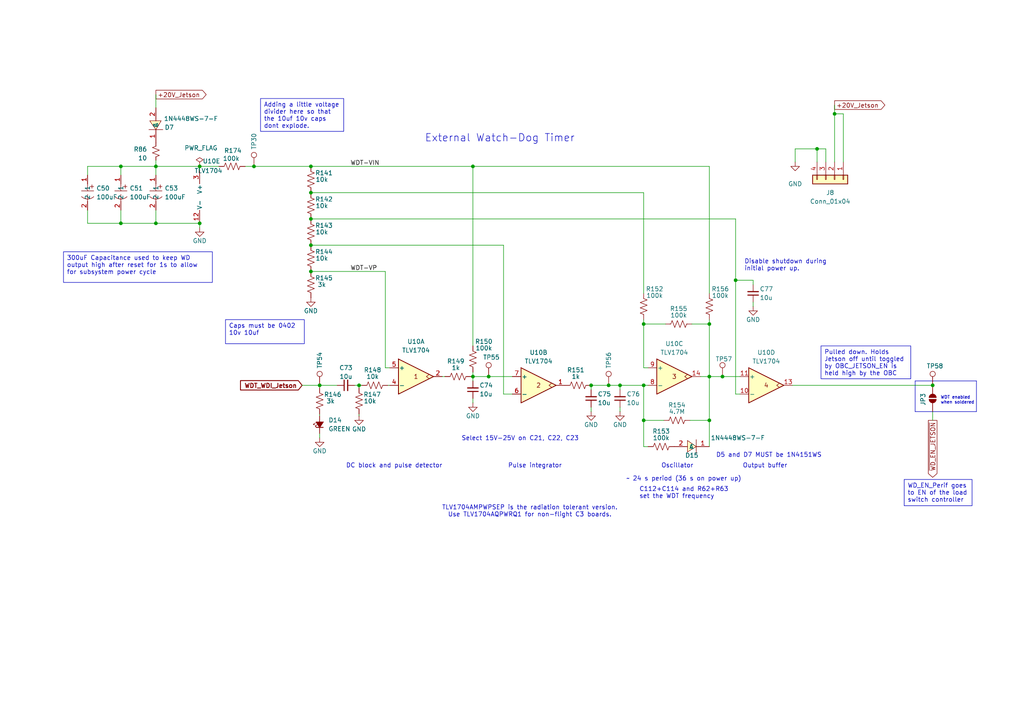
<source format=kicad_sch>
(kicad_sch (version 20250114) (generator "eeschema") (generator_version "9.0")
  (paper "A4")
  (lib_symbols
    (symbol "Connector_Generic:Conn_01x04" (pin_names (offset 1.016) (hide yes))
      (property "Reference" "J" (at 0 5.08 0))
      (property "Value" "Conn_01x04" (at 0 -7.62 0))
      (symbol "Conn_01x04_1_1"
        (rectangle (start -1.27 3.81) (end 1.27 -6.35) (stroke (width 0.254)) (fill (type background)))
        (rectangle (start -1.27 2.667) (end 0 2.413) (stroke (width 0.1524)))
        (rectangle (start -1.27 0.127) (end 0 -0.127) (stroke (width 0.1524)))
        (rectangle (start -1.27 -2.413) (end 0 -2.667) (stroke (width 0.1524)))
        (rectangle (start -1.27 -4.953) (end 0 -5.207) (stroke (width 0.1524)))
        (pin passive line (at -5.08 2.54 0) (length 3.81) (name "Pin_1") (number "1"))
        (pin passive line (at -5.08 0 0) (length 3.81) (name "Pin_2") (number "2"))
        (pin passive line (at -5.08 -2.54 0) (length 3.81) (name "Pin_3") (number "3"))
        (pin passive line (at -5.08 -5.08 0) (length 3.81) (name "Pin_4") (number "4"))
      )
    )
    (symbol "Device:C_Small" (pin_numbers (hide yes)) (pin_names (offset 0.254) (hide yes))
      (property "Reference" "C" (at 0.254 1.778 0))
      (property "Value" "C_Small" (at 0.254 -2.032 0))
      (symbol "C_Small_0_1"
        (polyline (pts (xy -1.524 0.508) (xy 1.524 0.508)) (stroke (width 0.3048)))
        (polyline (pts (xy -1.524 -0.508) (xy 1.524 -0.508)) (stroke (width 0.3302)))
      )
      (symbol "C_Small_1_1"
        (pin passive line (at 0 2.54 270) (length 2.032) (name "~") (number "1"))
        (pin passive line (at 0 -2.54 90) (length 2.032) (name "~") (number "2"))
      )
    )
    (symbol "Device:LED_Small_Filled" (pin_numbers (hide yes)) (pin_names (offset 0.254) (hide yes))
      (property "Reference" "D" (at -1.27 3.175 0))
      (property "Value" "LED_Small_Filled" (at -4.445 -2.54 0))
      (symbol "LED_Small_Filled_0_1"
        (polyline (pts (xy -0.762 -1.016) (xy -0.762 1.016)) (stroke (width 0.254)))
        (polyline (pts (xy 0 0.762) (xy -0.508 1.27) (xy -0.254 1.27) (xy -0.508 1.27) (xy -0.508 1.016)))
        (polyline (pts (xy 0.508 1.27) (xy 0 1.778) (xy 0.254 1.778) (xy 0 1.778) (xy 0 1.524)))
        (polyline (pts (xy 0.762 -1.016) (xy -0.762 0) (xy 0.762 1.016) (xy 0.762 -1.016)) (stroke (width 0.254)) (fill (type outline)))
        (polyline (pts (xy 1.016 0) (xy -0.762 0)))
      )
      (symbol "LED_Small_Filled_1_1"
        (pin passive line (at -2.54 0 0) (length 1.778) (name "K") (number "1"))
        (pin passive line (at 2.54 0 180) (length 1.778) (name "A") (number "2"))
      )
    )
    (symbol "Device:R_Small_US" (pin_numbers (hide yes)) (pin_names (offset 0.254) (hide yes))
      (property "Reference" "R" (at 0.762 0.508 0))
      (property "Value" "R_Small_US" (at 0.762 -1.016 0))
      (symbol "R_Small_US_1_1"
        (polyline (pts (xy 0 1.524) (xy 1.016 1.143) (xy 0 0.762) (xy -1.016 0.381) (xy 0 0)))
        (polyline (pts (xy 0 0) (xy 1.016 -0.381) (xy 0 -0.762) (xy -1.016 -1.143) (xy 0 -1.524)))
        (pin passive line (at 0 2.54 270) (length 1.016) (name "~") (number "1"))
        (pin passive line (at 0 -2.54 90) (length 1.016) (name "~") (number "2"))
      )
    )
    (symbol "Device:R_US" (pin_numbers (hide yes)) (pin_names (offset 0))
      (property "Reference" "R" (at 2.54 0 90))
      (property "Value" "R_US" (at -2.54 0 90))
      (symbol "R_US_0_1"
        (polyline (pts (xy 0 2.286) (xy 0 2.54)))
        (polyline (pts (xy 0 2.286) (xy 1.016 1.905) (xy 0 1.524) (xy -1.016 1.143) (xy 0 0.762)))
        (polyline (pts (xy 0 0.762) (xy 1.016 0.381) (xy 0 0) (xy -1.016 -0.381) (xy 0 -0.762)))
        (polyline (pts (xy 0 -0.762) (xy 1.016 -1.143) (xy 0 -1.524) (xy -1.016 -1.905) (xy 0 -2.286)))
        (polyline (pts (xy 0 -2.286) (xy 0 -2.54)))
      )
      (symbol "R_US_1_1"
        (pin passive line (at 0 3.81 270) (length 1.27) (name "~") (number "1"))
        (pin passive line (at 0 -3.81 90) (length 1.27) (name "~") (number "2"))
      )
    )
    (symbol "EPS:1N4448WS-7-F"
      (property "Reference" "D" (at 0 5.08 0))
      (property "Value" "1N4448WS-7-F" (at 0 -5.08 0))
      (symbol "1N4448WS-7-F_0_1"
        (polyline (pts (xy -1.27 -2.03) (xy -1.27 2.03)))
        (polyline (pts (xy 1.27 1.52) (xy -1.27 0) (xy 1.27 -1.78) (xy 1.27 1.52)) (fill (type background)))
        (pin unspecified line (at -5.08 0 0) (length 3.81) (name "C") (number "1"))
        (pin unspecified line (at 5.08 0 180) (length 3.81) (name "A") (number "2"))
      )
    )
    (symbol "EPS:TCN4107M035R0100E"
      (property "Reference" "C" (at 0 5.08 0))
      (property "Value" "TCN4107M035R0100E" (at 0 -5.08 0))
      (symbol "TCN4107M035R0100E_0_1"
        (polyline (pts (xy -2.54 0) (xy -0.51 0)))
        (polyline (pts (xy -2.29 1.27) (xy -1.27 1.27)))
        (polyline (pts (xy -1.78 1.78) (xy -1.78 0.76)))
        (arc (start 1.15 1.79) (mid 1.8578 0.0159) (end 1.13 -1.75))
        (polyline (pts (xy -0.51 1.78) (xy -0.51 -1.78)))
        (polyline (pts (xy 0.51 0) (xy 2.54 0)))
        (pin input line (at -5.08 0 0) (length 2.54) (name "1") (number "1"))
        (pin input line (at 5.08 0 180) (length 2.54) (name "2") (number "2"))
      )
    )
    (symbol "EPS:TLV1704AIPWR" (pin_names (offset 0.127))
      (property "Reference" "U13" (at 0 10.16 0))
      (property "Value" "TLV1704" (at 0 7.62 0))
      (symbol "TLV1704AIPWR_1_1"
        (polyline (pts (xy -5.08 5.08) (xy 5.08 0) (xy -5.08 -5.08) (xy -5.08 5.08)) (stroke (width 0.254)) (fill (type background)))
        (polyline (pts (xy 3.048 0) (xy 3.81 -0.635)))
        (polyline (pts (xy 3.81 0.635) (xy 3.048 0)))
        (text "1" (at 0 0 0) (effects (font (size 1.27 1.27))))
        (pin input line (at -7.62 2.54 0) (length 2.54) (name "+") (number "5"))
        (pin input line (at -7.62 -2.54 0) (length 2.54) (name "-") (number "4"))
        (pin open_collector line (at 7.62 0 180) (length 2.54) (name "~") (number "2"))
      )
      (symbol "TLV1704AIPWR_2_1"
        (polyline (pts (xy -5.08 5.08) (xy 5.08 0) (xy -5.08 -5.08) (xy -5.08 5.08)) (stroke (width 0.254)) (fill (type background)))
        (polyline (pts (xy 3.048 0) (xy 3.81 -0.635)))
        (polyline (pts (xy 3.81 0.635) (xy 3.048 0)))
        (text "2" (at 0 0 0) (effects (font (size 1.27 1.27))))
        (pin input line (at -7.62 2.54 0) (length 2.54) (name "+") (number "7"))
        (pin input line (at -7.62 -2.54 0) (length 2.54) (name "-") (number "6"))
        (pin open_collector line (at 7.62 0 180) (length 2.54) (name "~") (number "1"))
      )
      (symbol "TLV1704AIPWR_3_1"
        (polyline (pts (xy -5.08 5.08) (xy 5.08 0) (xy -5.08 -5.08) (xy -5.08 5.08)) (stroke (width 0.254)) (fill (type background)))
        (polyline (pts (xy 3.048 0) (xy 3.81 -0.635)))
        (polyline (pts (xy 3.81 0.635) (xy 3.048 0)))
        (text "3" (at 0 0 0) (effects (font (size 1.27 1.27))))
        (pin input line (at -7.62 2.54 0) (length 2.54) (name "+") (number "9"))
        (pin input line (at -7.62 -2.54 0) (length 2.54) (name "-") (number "8"))
        (pin open_collector line (at 7.62 0 180) (length 2.54) (name "~") (number "14"))
      )
      (symbol "TLV1704AIPWR_4_1"
        (polyline (pts (xy -5.08 5.08) (xy 5.08 0) (xy -5.08 -5.08) (xy -5.08 5.08)) (stroke (width 0.254)) (fill (type background)))
        (polyline (pts (xy 3.048 0) (xy 3.81 -0.635)))
        (polyline (pts (xy 3.81 0.635) (xy 3.048 0)))
        (text "4" (at 0 0 0) (effects (font (size 1.27 1.27))))
        (pin input line (at -7.62 2.54 0) (length 2.54) (name "+") (number "11"))
        (pin input line (at -7.62 -2.54 0) (length 2.54) (name "-") (number "10"))
        (pin open_collector line (at 7.62 0 180) (length 2.54) (name "~") (number "13"))
      )
      (symbol "TLV1704AIPWR_5_1"
        (pin power_in line (at -2.54 7.62 270) (length 3.81) (name "V+") (number "3"))
        (pin power_in line (at -2.54 -7.62 90) (length 3.81) (name "V-") (number "12"))
      )
    )
    (symbol "EPS:TestPoint" (pin_numbers (hide yes)) (pin_names (offset 0.762) (hide yes))
      (property "Reference" "TP" (at 0 6.858 0))
      (property "Value" "TestPoint" (at 0 5.08 0))
      (symbol "TestPoint_0_1"
        (circle (center 0 3.302) (radius 0.762))
      )
      (symbol "TestPoint_1_1"
        (pin passive line (at 0 0 90) (length 2.54) (name "1") (number "1"))
      )
    )
    (symbol "Jumper:SolderJumper_2_Open" (pin_numbers (hide yes)) (pin_names (offset 0) (hide yes)) (exclude_from_sim yes) (in_bom no)
      (property "Reference" "JP" (at 0 2.032 0))
      (property "Value" "SolderJumper_2_Open" (at 0 -2.54 0))
      (symbol "SolderJumper_2_Open_0_1"
        (polyline (pts (xy -0.254 1.016) (xy -0.254 -1.016)))
        (arc (start -0.254 -1.016) (mid -1.2656 0) (end -0.254 1.016))
        (arc (start -0.254 -1.016) (mid -1.2656 0) (end -0.254 1.016) (fill (type outline)))
        (arc (start 0.254 1.016) (mid 1.2656 0) (end 0.254 -1.016))
        (arc (start 0.254 1.016) (mid 1.2656 0) (end 0.254 -1.016) (fill (type outline)))
        (polyline (pts (xy 0.254 1.016) (xy 0.254 -1.016)))
      )
      (symbol "SolderJumper_2_Open_1_1"
        (pin passive line (at -3.81 0 0) (length 2.54) (name "A") (number "1"))
        (pin passive line (at 3.81 0 180) (length 2.54) (name "B") (number "2"))
      )
    )
    (symbol "power:GND" (power) (pin_numbers (hide yes)) (pin_names (offset 0) (hide yes))
      (property "Value" "GND" (at 0 -3.81 0))
      (symbol "GND_0_1"
        (polyline (pts (xy 0 0) (xy 0 -1.27) (xy 1.27 -1.27) (xy 0 -2.54) (xy -1.27 -1.27) (xy 0 -1.27)))
      )
      (symbol "GND_1_1"
        (pin power_in line (at 0 0 270) (length 0) (name "~") (number "1"))
      )
    )
    (symbol "power:PWR_FLAG" (power) (pin_numbers (hide yes)) (pin_names (offset 0) (hide yes))
      (property "Value" "PWR_FLAG" (at 0 3.81 0))
      (symbol "PWR_FLAG_0_0"
        (pin power_out line (at 0 0 90) (length 0) (name "~") (number "1"))
      )
      (symbol "PWR_FLAG_0_1"
        (polyline (pts (xy 0 0) (xy 0 1.27) (xy -1.016 1.905) (xy 0 2.54) (xy 1.016 1.905) (xy 0 1.27)))
      )
    )
  )
  (text "Select 15V-25V on C21, C22, C23" (at 150.876 127.254 0) (effects (font (size 1.27 1.27))))
  (text "Output buffer" (at 215.392 135.89 0) (effects (font (size 1.27 1.27)) (justify left bottom)))
  (text "~ 24 s period (36 s on power up)" (at 181.61 139.7 0) (effects (font (size 1.27 1.27)) (justify left bottom)))
  (text "Disable shutdown during\ninitial power up." (at 215.9 78.74 0) (effects (font (size 1.27 1.27)) (justify left bottom)))
  (text "Oscillator" (at 191.77 135.89 0) (effects (font (size 1.27 1.27)) (justify left bottom)))
  (text "Pulse integrator" (at 147.32 135.89 0) (effects (font (size 1.27 1.27)) (justify left bottom)))
  (text "DC block and pulse detector" (at 100.33 135.89 0) (effects (font (size 1.27 1.27)) (justify left bottom)))
  (text "D5 and D7 MUST be 1N4151WS" (at 223.012 132.08 0) (effects (font (size 1.27 1.27))))
  (text "WDT enabled\nwhen soldered" (at 272.796 117.348 0) (effects (font (size 0.889 0.889)) (justify left bottom)))
  (text "External Watch-Dog Timer" (at 123.19 41.402 0) (effects (font (size 2.159 2.159)) (justify left bottom)))
  (text "TLV1704AMPWPSEP is the radiation tolerant version.\nUse TLV1704AQPWRQ1 for non-flight C3 boards." (at 153.67 148.336 0) (effects (font (size 1.27 1.27))))
  (text "C112+C114 and R62+R63 \nset the WDT frequency" (at 185.42 144.78 0) (effects (font (size 1.27 1.27)) (justify left bottom)))
  (text_box "Adding a little voltage divider here so that the 10uf 10v caps dont explode." (at 75.565 28.575 0) (size 24.13 9.525) (margins 0.9525 0.9525 0.9525 0.9525) (effects (font (size 1.27 1.27)) (justify left top)))
  (text_box "300uF Capacitance used to keep WD output high after reset for 1s to allow for subsystem power cycle" (at 18.415 73.025 0) (size 43.18 8.89) (margins 0.9525 0.9525 0.9525 0.9525) (effects (font (size 1.27 1.27)) (justify left top)))
  (text_box "Caps must be 0402 10v 10uf" (at 65.405 92.71 0) (size 22.86 6.985) (margins 0.9525 0.9525 0.9525 0.9525) (effects (font (size 1.27 1.27)) (justify left top)))
  (text_box "Pulled down. Holds Jetson off until toggled by OBC_JETSON_EN is held high by the OBC" (at 238.125 100.33 0) (size 26.035 9.525) (margins 0.9525 0.9525 0.9525 0.9525) (effects (font (size 1.27 1.27)) (justify left top)))
  (text_box "WD_EN_Perif goes to EN of the load switch controller" (at 262.255 139.065 0) (size 19.685 7.62) (margins 0.9525 0.9525 0.9525 0.9525) (effects (font (size 1.27 1.27)) (justify left top)))
  (junction (at 171.45 111.76))
  (junction (at 104.14 111.76))
  (junction (at 186.69 93.98))
  (junction (at 137.16 109.22))
  (junction (at 73.66 48.26))
  (junction (at 205.74 93.98))
  (junction (at 176.53 111.76))
  (junction (at 205.74 109.22))
  (junction (at 45.212 64.77))
  (junction (at 35.052 64.77))
  (junction (at 213.36 81.28))
  (junction (at 186.69 121.92))
  (junction (at 45.212 48.26))
  (junction (at 270.51 111.76))
  (junction (at 179.832 111.76))
  (junction (at 57.912 64.77))
  (junction (at 242.062 33.02))
  (junction (at 236.982 43.18))
  (junction (at 90.17 48.26))
  (junction (at 90.17 78.74))
  (junction (at 35.052 48.26))
  (junction (at 205.74 121.92))
  (junction (at 90.17 55.88))
  (junction (at 57.912 48.26))
  (junction (at 90.17 71.12))
  (junction (at 92.71 111.76))
  (junction (at 209.55 109.22))
  (junction (at 137.16 48.26))
  (junction (at 90.17 63.5))
  (junction (at 186.69 111.76))
  (junction (at 141.732 109.22))
  (wire (pts (xy 200.66 93.98) (xy 205.74 93.98)))
  (wire (pts (xy 229.87 111.76) (xy 270.51 111.76)))
  (wire (pts (xy 171.45 111.76) (xy 171.45 113.03)))
  (wire (pts (xy 186.69 85.09) (xy 186.69 55.88)))
  (wire (pts (xy 57.912 48.26) (xy 63.5 48.26)))
  (wire (pts (xy 205.74 109.22) (xy 209.55 109.22)))
  (wire (pts (xy 236.982 43.18) (xy 230.632 43.18)))
  (wire (pts (xy 137.16 109.22) (xy 141.732 109.22)))
  (wire (pts (xy 92.71 120.142) (xy 92.71 120.65)))
  (wire (pts (xy 90.17 55.88) (xy 186.69 55.88)))
  (wire (pts (xy 25.4 48.26) (xy 25.4 50.8)))
  (wire (pts (xy 186.69 92.71) (xy 186.69 93.98)))
  (polyline (pts (xy 283.21 119.38) (xy 265.43 119.38)))
  (wire (pts (xy 242.062 33.02) (xy 244.602 33.02)))
  (polyline (pts (xy 265.43 110.49) (xy 283.21 110.49)))
  (wire (pts (xy 35.052 60.96) (xy 35.052 64.77)))
  (wire (pts (xy 25.4 60.96) (xy 25.4 64.77)))
  (wire (pts (xy 205.74 85.09) (xy 205.74 48.26)))
  (wire (pts (xy 176.53 111.76) (xy 179.832 111.76)))
  (wire (pts (xy 45.212 46.482) (xy 45.212 48.26)))
  (wire (pts (xy 45.212 48.26) (xy 57.912 48.26)))
  (wire (pts (xy 137.16 116.84) (xy 137.16 115.57)))
  (wire (pts (xy 213.36 63.5) (xy 213.36 81.28)))
  (wire (pts (xy 137.16 109.22) (xy 137.16 110.49)))
  (wire (pts (xy 242.062 46.99) (xy 242.062 33.02)))
  (wire (pts (xy 239.522 43.18) (xy 239.522 46.99)))
  (wire (pts (xy 270.51 119.38) (xy 270.51 121.92)))
  (wire (pts (xy 200.152 121.92) (xy 205.74 121.92)))
  (wire (pts (xy 111.76 78.74) (xy 111.76 106.68)))
  (wire (pts (xy 146.05 114.3) (xy 148.59 114.3)))
  (wire (pts (xy 92.71 111.76) (xy 97.79 111.76)))
  (wire (pts (xy 87.63 111.76) (xy 92.71 111.76)))
  (wire (pts (xy 137.16 48.26) (xy 90.17 48.26)))
  (wire (pts (xy 137.16 48.26) (xy 205.74 48.26)))
  (wire (pts (xy 205.74 121.92) (xy 205.74 109.22)))
  (wire (pts (xy 236.982 46.99) (xy 236.982 43.18)))
  (wire (pts (xy 45.212 60.96) (xy 45.212 64.77)))
  (wire (pts (xy 218.44 88.9) (xy 218.44 87.63)))
  (wire (pts (xy 146.05 71.12) (xy 146.05 114.3)))
  (wire (pts (xy 71.12 48.26) (xy 73.66 48.26)))
  (wire (pts (xy 45.212 27.432) (xy 45.212 31.242)))
  (wire (pts (xy 213.36 81.28) (xy 213.36 114.3)))
  (wire (pts (xy 187.96 106.68) (xy 186.69 106.68)))
  (wire (pts (xy 92.71 127) (xy 92.71 125.73)))
  (wire (pts (xy 45.212 64.77) (xy 57.912 64.77)))
  (wire (pts (xy 186.69 111.76) (xy 187.96 111.76)))
  (wire (pts (xy 136.652 109.22) (xy 137.16 109.22)))
  (wire (pts (xy 137.16 109.22) (xy 137.16 107.95)))
  (wire (pts (xy 104.14 112.522) (xy 104.14 111.76)))
  (wire (pts (xy 104.14 120.142) (xy 104.14 120.65)))
  (wire (pts (xy 141.732 109.22) (xy 148.59 109.22)))
  (wire (pts (xy 179.832 111.76) (xy 186.69 111.76)))
  (wire (pts (xy 90.17 71.12) (xy 146.05 71.12)))
  (wire (pts (xy 111.76 106.68) (xy 113.03 106.68)))
  (wire (pts (xy 205.74 92.71) (xy 205.74 93.98)))
  (wire (pts (xy 25.4 64.77) (xy 35.052 64.77)))
  (wire (pts (xy 92.71 112.522) (xy 92.71 111.76)))
  (wire (pts (xy 213.36 81.28) (xy 218.44 81.28)))
  (wire (pts (xy 45.212 48.26) (xy 45.212 50.8)))
  (wire (pts (xy 90.17 78.74) (xy 111.76 78.74)))
  (wire (pts (xy 25.4 48.26) (xy 35.052 48.26)))
  (wire (pts (xy 179.832 119.38) (xy 179.832 118.11)))
  (wire (pts (xy 179.832 113.03) (xy 179.832 111.76)))
  (wire (pts (xy 205.74 129.54) (xy 205.74 121.92)))
  (wire (pts (xy 203.2 109.22) (xy 205.74 109.22)))
  (wire (pts (xy 102.87 111.76) (xy 104.14 111.76)))
  (wire (pts (xy 209.55 109.22) (xy 214.63 109.22)))
  (wire (pts (xy 230.632 43.18) (xy 230.632 46.99)))
  (wire (pts (xy 90.17 63.5) (xy 213.36 63.5)))
  (wire (pts (xy 171.45 119.38) (xy 171.45 118.11)))
  (wire (pts (xy 73.66 48.26) (xy 90.17 48.26)))
  (wire (pts (xy 236.982 43.18) (xy 239.522 43.18)))
  (wire (pts (xy 213.36 114.3) (xy 214.63 114.3)))
  (wire (pts (xy 171.45 111.76) (xy 176.53 111.76)))
  (polyline (pts (xy 265.43 119.38) (xy 265.43 110.49)))
  (wire (pts (xy 57.912 66.04) (xy 57.912 64.77)))
  (wire (pts (xy 57.912 49.53) (xy 57.912 48.26)))
  (wire (pts (xy 186.69 129.54) (xy 186.69 121.92)))
  (wire (pts (xy 104.14 111.76) (xy 104.902 111.76)))
  (wire (pts (xy 137.16 48.26) (xy 137.16 100.33)))
  (polyline (pts (xy 283.21 110.49) (xy 283.21 119.38)))
  (wire (pts (xy 192.532 121.92) (xy 186.69 121.92)))
  (wire (pts (xy 186.69 93.98) (xy 193.04 93.98)))
  (wire (pts (xy 242.062 33.02) (xy 242.062 30.48)))
  (wire (pts (xy 244.602 33.02) (xy 244.602 46.99)))
  (wire (pts (xy 35.052 64.77) (xy 45.212 64.77)))
  (wire (pts (xy 186.69 129.54) (xy 187.96 129.54)))
  (wire (pts (xy 128.27 109.22) (xy 129.032 109.22)))
  (wire (pts (xy 205.74 93.98) (xy 205.74 109.22)))
  (wire (pts (xy 35.052 48.26) (xy 45.212 48.26)))
  (wire (pts (xy 112.522 111.76) (xy 113.03 111.76)))
  (wire (pts (xy 35.052 48.26) (xy 35.052 50.8)))
  (wire (pts (xy 186.69 121.92) (xy 186.69 111.76)))
  (wire (pts (xy 218.44 82.55) (xy 218.44 81.28)))
  (wire (pts (xy 186.69 106.68) (xy 186.69 93.98)))
  (label "WDT-VP" (at 101.6 78.74 0))
  (label "WDT-VIN" (at 101.6 48.26 0))
  (global_label "+20V_Jetson" (shape output) (at 242.062 30.48 0) (property "Intersheetrefs" "${INTERSHEET_REFS}" (effects (hide yes))))
  (global_label "+20V_Jetson" (shape output) (at 45.212 27.432 0) (property "Intersheetrefs" "${INTERSHEET_REFS}" (effects (hide yes))))
  (global_label "WDT_WDI_Jetson" (shape input) (at 87.63 111.76 180) (effects (font (thickness 0.254) (bold yes))) (property "Intersheetrefs" "${INTERSHEET_REFS}" (effects (hide yes))))
  (global_label "~{WD_EN_JETSON}" (shape output) (at 270.51 121.92 270) (property "Intersheetrefs" "${INTERSHEET_REFS}" (effects (hide yes))))
  (symbol (lib_id "EPS:TCN4107M035R0100E") (at 45.212 55.88 270) (unit 1)
    (property "Reference" "C53" (at 47.752 54.6099 90) (effects (justify left)))
    (property "Value" "100uF" (at 47.752 57.1499 90) (effects (justify left)))
    (property "Footprint" "EPS:CAP-SMD_L7.3-W6.1_TCN4227M025R0100" (effects (hide yes)))
    (property "LCSC Part" "C2158793" (effects (hide yes)))
  )
  (symbol (lib_id "Jumper:SolderJumper_2_Open") (at 270.51 115.57 270) (unit 1)
    (property "Reference" "JP3" (at 267.716 115.824 0))
    (property "Value" "SolderJumper_2_Open" (effects (hide yes)))
    (property "Footprint" "Jumper:SolderJumper-2_P1.3mm_Open_RoundedPad1.0x1.5mm" (effects (hide yes)))
    (property "Description" "Solder Jumper, 2-pole, open" (effects (hide yes)))
  )
  (symbol (lib_id "EPS:TCN4107M035R0100E") (at 25.4 55.88 270) (unit 1)
    (property "Reference" "C50" (at 27.94 54.6099 90) (effects (justify left)))
    (property "Value" "100uF" (at 27.94 57.1499 90) (effects (justify left)))
    (property "Footprint" "EPS:CAP-SMD_L7.3-W6.1_TCN4227M025R0100" (effects (hide yes)))
    (property "LCSC Part" "C2158793" (effects (hide yes)))
  )
  (symbol (lib_id "Device:R_Small_US") (at 45.212 43.942 0) (mirror y) (unit 1)
    (property "Reference" "R86" (at 42.672 43.307 0) (effects (justify left)))
    (property "Value" "10" (at 42.672 45.847 0) (effects (justify left)))
    (property "Footprint" "Resistor_SMD:R_1206_3216Metric" (effects (hide yes)))
    (property "Description" "Resistor, small US symbol" (effects (hide yes)))
    (property "DPN" "RHM10.0AFCT-ND" (effects (hide yes)))
    (property "DST" "Digi-Key" (effects (hide yes)))
    (property "MFR" "Rohm Semiconductor" (effects (hide yes)))
    (property "MPN" "ESR18EZPF10R0" (effects (hide yes)))
    (property "LCSC" "C17903" (effects (hide yes)))
  )
  (symbol (lib_id "power:PWR_FLAG") (at 57.912 48.26 0) (unit 1)
    (property "Reference" "#FLG04" (effects (hide yes)))
    (property "Value" "PWR_FLAG" (at 58.293 42.926 0))
    (property "Description" "Special symbol for telling ERC where power comes from" (effects (hide yes)))
  )
  (symbol (lib_id "Device:R_US") (at 132.842 109.22 270) (unit 1)
    (property "Reference" "R149" (at 132.207 104.775 90))
    (property "Value" "1k" (at 132.207 106.68 90))
    (property "Footprint" "EPS:R0402" (effects (hide yes)))
    (property "Description" "Resistor, US symbol" (effects (hide yes)))
    (property "LCSC" "C106235" (effects (hide yes)))
  )
  (symbol (lib_id "Connector_Generic:Conn_01x04") (at 242.062 52.07 270) (unit 1)
    (property "Reference" "J8" (at 240.792 55.88 90))
    (property "Value" "Conn_01x04" (at 240.792 58.42 90))
    (property "Footprint" "Connector_PinSocket_2.54mm:PinSocket_1x04_P2.54mm_Vertical" (effects (hide yes)))
    (property "Description" "Generic connector, single row, 01x04, script generated (kicad-library-utils/schlib/autogen/connector/)" (effects (hide yes)))
  )
  (symbol (lib_id "Device:R_US") (at 186.69 88.9 0) (unit 1)
    (property "Reference" "R152" (at 189.865 83.82 0))
    (property "Value" "100k" (at 189.865 85.725 0))
    (property "Footprint" "EPS:R0402" (effects (hide yes)))
    (property "Description" "Resistor, US symbol" (effects (hide yes)))
    (property "LCSC" "C269673" (effects (hide yes)))
  )
  (symbol (lib_id "EPS:TestPoint") (at 141.732 109.22 0) (unit 1)
    (property "Reference" "TP55" (at 140.081 103.632 0) (effects (justify left)))
    (property "Value" "TestPoint" (effects (hide yes)))
    (property "Footprint" "TestPoint:TestPoint_Pad_1.0x1.0mm" (effects (hide yes)))
    (property "Description" "test point" (effects (hide yes)))
  )
  (symbol (lib_id "Device:R_US") (at 90.17 74.93 180) (unit 1)
    (property "Reference" "R144" (at 93.98 73.025 0))
    (property "Value" "10k" (at 93.345 74.93 0))
    (property "Footprint" "EPS:R0402" (effects (hide yes)))
    (property "Description" "Resistor, US symbol" (effects (hide yes)))
    (property "LCSC" "C25531" (effects (hide yes)))
  )
  (symbol (lib_id "EPS:TestPoint") (at 92.71 111.76 0) (unit 1)
    (property "Reference" "TP54" (at 92.71 106.934 90) (effects (justify left)))
    (property "Value" "TestPoint" (effects (hide yes)))
    (property "Footprint" "TestPoint:TestPoint_Pad_1.0x1.0mm" (effects (hide yes)))
    (property "Description" "test point" (effects (hide yes)))
  )
  (symbol (lib_id "power:GND") (at 104.14 120.65 0) (unit 1)
    (property "Reference" "#PWR031" (effects (hide yes)))
    (property "Value" "GND" (at 104.14 124.46 0))
    (property "Description" "Power symbol creates a global label with name \"GND\" , ground" (effects (hide yes)))
  )
  (symbol (lib_id "power:GND") (at 90.17 86.36 0) (unit 1)
    (property "Reference" "#PWR097" (effects (hide yes)))
    (property "Value" "GND" (at 90.17 90.17 0))
    (property "Description" "Power symbol creates a global label with name \"GND\" , ground" (effects (hide yes)))
  )
  (symbol (lib_id "Device:R_US") (at 137.16 104.14 0) (unit 1)
    (property "Reference" "R150" (at 140.335 99.06 0))
    (property "Value" "100k" (at 140.335 100.965 0))
    (property "Footprint" "EPS:R0402" (effects (hide yes)))
    (property "Description" "Resistor, US symbol" (effects (hide yes)))
    (property "LCSC" "C269673" (effects (hide yes)))
  )
  (symbol (lib_id "Device:R_US") (at 104.14 116.332 180) (unit 1)
    (property "Reference" "R147" (at 107.95 114.427 0))
    (property "Value" "10k" (at 107.315 116.332 0))
    (property "Footprint" "EPS:R0402" (effects (hide yes)))
    (property "Description" "Resistor, US symbol" (effects (hide yes)))
    (property "LCSC" "C25531" (effects (hide yes)))
  )
  (symbol (lib_id "Device:R_US") (at 167.64 111.76 270) (unit 1)
    (property "Reference" "R151" (at 167.005 107.315 90))
    (property "Value" "1k" (at 167.005 109.22 90))
    (property "Footprint" "EPS:R0402" (effects (hide yes)))
    (property "Description" "Resistor, US symbol" (effects (hide yes)))
    (property "LCSC" "C106235" (effects (hide yes)))
  )
  (symbol (lib_id "EPS:TestPoint") (at 73.66 48.26 0) (unit 1)
    (property "Reference" "TP30" (at 73.66 43.434 90) (effects (justify left)))
    (property "Value" "TestPoint" (effects (hide yes)))
    (property "Footprint" "TestPoint:TestPoint_Pad_1.0x1.0mm" (effects (hide yes)))
    (property "Description" "test point" (effects (hide yes)))
  )
  (symbol (lib_id "EPS:TCN4107M035R0100E") (at 35.052 55.88 270) (unit 1)
    (property "Reference" "C51" (at 37.592 54.6099 90) (effects (justify left)))
    (property "Value" "100uF" (at 37.592 57.1499 90) (effects (justify left)))
    (property "Footprint" "EPS:CAP-SMD_L7.3-W6.1_TCN4227M025R0100" (effects (hide yes)))
    (property "LCSC Part" "C2158793" (effects (hide yes)))
  )
  (symbol (lib_id "power:GND") (at 137.16 116.84 0) (unit 1)
    (property "Reference" "#PWR032" (effects (hide yes)))
    (property "Value" "GND" (at 137.16 120.65 0))
    (property "Description" "Power symbol creates a global label with name \"GND\" , ground" (effects (hide yes)))
  )
  (symbol (lib_id "EPS:TLV1704AIPWR") (at 60.452 57.15 0) (unit 5)
    (property "Reference" "U10" (at 61.341 46.736 0))
    (property "Value" "TLV1704" (at 60.452 49.53 0))
    (property "Footprint" "Package_SO:TSSOP-14_4.4x5mm_P0.65mm" (effects (hide yes)))
    (property "Datasheet" "https://www.ti.com/lit/ds/symlink/tlv1704-sep.pdf" (effects (hide yes)))
    (property "Description" "Analog Comparators 2.2-V to 36-V, radiation tolerant microPower quad comparator in space enhanced plastic 14-TSSOP -55 to 125" (effects (hide yes)))
    (property "MFR" "Texas Instruments" (effects (hide yes)))
    (property "MPN" "TLV1704AQPWRQ1" (effects (hide yes)))
    (property "DST" "Digi-Key" (effects (hide yes)))
    (property "DPN" "296-43799-2-ND" (effects (hide yes)))
    (property "LCSC" "C181596" (effects (hide yes)))
  )
  (symbol (lib_id "EPS:TestPoint") (at 270.51 111.76 0) (unit 1)
    (property "Reference" "TP58" (at 268.732 106.172 0) (effects (justify left)))
    (property "Value" "TestPoint" (effects (hide yes)))
    (property "Footprint" "TestPoint:TestPoint_Pad_1.0x1.0mm" (effects (hide yes)))
    (property "Description" "test point" (effects (hide yes)))
  )
  (symbol (lib_id "Device:R_US") (at 108.712 111.76 270) (unit 1)
    (property "Reference" "R148" (at 108.077 107.315 90))
    (property "Value" "10k" (at 108.077 109.22 90))
    (property "Footprint" "EPS:R0402" (effects (hide yes)))
    (property "Description" "Resistor, US symbol" (effects (hide yes)))
    (property "LCSC" "C25531" (effects (hide yes)))
  )
  (symbol (lib_id "Device:R_US") (at 67.31 48.26 90) (unit 1)
    (property "Reference" "R174" (at 67.564 43.688 90))
    (property "Value" "100k" (at 67.056 45.974 90))
    (property "Footprint" "EPS:R0402" (effects (hide yes)))
    (property "Description" "Resistor, US symbol" (effects (hide yes)))
    (property "LCSC" "C269673" (effects (hide yes)))
  )
  (symbol (lib_id "Device:LED_Small_Filled") (at 92.71 123.19 90) (unit 1)
    (property "Reference" "D14" (at 95.25 121.8565 90) (effects (justify right)))
    (property "Value" "GREEN" (at 95.25 124.3965 90) (effects (justify right)))
    (property "Footprint" "LED_SMD:LED_0603_1608Metric" (effects (hide yes)))
    (property "Description" "Light emitting diode, small symbol, filled shape" (effects (hide yes)))
    (property "DPN" "732-4971-1-ND" (effects (hide yes)))
    (property "DST" "Digi-Key" (effects (hide yes)))
    (property "MFR" "Wurth" (effects (hide yes)))
    (property "MPN" "150060GS75000" (effects (hide yes)))
    (property "Sim.Pins" "1=K 2=A" (effects (hide yes)))
    (property "LCSC" "C965799" (effects (hide yes)))
  )
  (symbol (lib_id "Device:R_US") (at 196.85 93.98 90) (unit 1)
    (property "Reference" "R155" (at 196.85 89.535 90))
    (property "Value" "100k" (at 196.85 91.44 90))
    (property "Footprint" "EPS:R0402" (effects (hide yes)))
    (property "Description" "Resistor, US symbol" (effects (hide yes)))
    (property "LCSC" "C269673" (effects (hide yes)))
  )
  (symbol (lib_id "Device:R_US") (at 90.17 67.31 180) (unit 1)
    (property "Reference" "R143" (at 93.98 65.405 0))
    (property "Value" "10k" (at 93.345 67.31 0))
    (property "Footprint" "EPS:R0402" (effects (hide yes)))
    (property "Description" "Resistor, US symbol" (effects (hide yes)))
    (property "LCSC" "C25531" (effects (hide yes)))
  )
  (symbol (lib_id "power:GND") (at 179.832 119.38 0) (mirror y) (unit 1)
    (property "Reference" "#PWR034" (effects (hide yes)))
    (property "Value" "GND" (at 179.832 123.19 0))
    (property "Description" "Power symbol creates a global label with name \"GND\" , ground" (effects (hide yes)))
  )
  (symbol (lib_id "power:GND") (at 92.71 127 0) (unit 1)
    (property "Reference" "#PWR019" (effects (hide yes)))
    (property "Value" "GND" (at 92.71 130.81 0))
    (property "Description" "Power symbol creates a global label with name \"GND\" , ground" (effects (hide yes)))
  )
  (symbol (lib_id "Device:C_Small") (at 137.16 113.03 180) (unit 1)
    (property "Reference" "C74" (at 139.065 111.76 0) (effects (justify right)))
    (property "Value" "10u" (at 139.065 114.3 0) (effects (justify right)))
    (property "Footprint" "EPS:C0402" (effects (hide yes)))
    (property "Description" "Unpolarized capacitor, small symbol" (effects (hide yes)))
  )
  (symbol (lib_id "Device:R_US") (at 90.17 52.07 180) (unit 1)
    (property "Reference" "R141" (at 93.98 50.165 0))
    (property "Value" "10k" (at 93.345 52.07 0))
    (property "Footprint" "EPS:R0402" (effects (hide yes)))
    (property "Description" "Resistor, US symbol" (effects (hide yes)))
    (property "LCSC" "C25531" (effects (hide yes)))
  )
  (symbol (lib_id "EPS:TLV1704AIPWR") (at 222.25 111.76 0) (unit 4)
    (property "Reference" "U10" (at 222.25 102.235 0))
    (property "Value" "TLV1704" (at 222.25 104.775 0))
    (property "Footprint" "Package_SO:TSSOP-14_4.4x5mm_P0.65mm" (effects (hide yes)))
    (property "Datasheet" "https://www.ti.com/lit/ds/symlink/tlv1704-sep.pdf" (effects (hide yes)))
    (property "Description" "Analog Comparators 2.2-V to 36-V, radiation tolerant microPower quad comparator in space enhanced plastic 14-TSSOP -55 to 125" (effects (hide yes)))
    (property "MFR" "Texas Instruments" (effects (hide yes)))
    (property "MPN" "TLV1704AQPWRQ1" (effects (hide yes)))
    (property "DST" "Digi-Key" (effects (hide yes)))
    (property "DPN" "296-43799-2-ND" (effects (hide yes)))
    (property "LCSC" "C181596" (effects (hide yes)))
  )
  (symbol (lib_id "Device:R_US") (at 196.342 121.92 90) (unit 1)
    (property "Reference" "R154" (at 196.342 117.475 90))
    (property "Value" "4.7M" (at 196.342 119.38 90))
    (property "Footprint" "EPS:R0402" (effects (hide yes)))
    (property "Description" "Resistor, US symbol" (effects (hide yes)))
    (property "LCSC" "C474132" (effects (hide yes)))
  )
  (symbol (lib_id "Device:R_US") (at 92.71 116.332 180) (unit 1)
    (property "Reference" "R146" (at 96.52 114.427 0))
    (property "Value" "3k" (at 95.885 116.332 0))
    (property "Footprint" "EPS:R0402" (effects (hide yes)))
    (property "Description" "Resistor, US symbol" (effects (hide yes)))
    (property "LCSC" "C2909355" (effects (hide yes)))
  )
  (symbol (lib_id "EPS:TestPoint") (at 209.55 109.22 0) (unit 1)
    (property "Reference" "TP57" (at 207.518 104.14 0) (effects (justify left)))
    (property "Value" "TestPoint" (effects (hide yes)))
    (property "Footprint" "TestPoint:TestPoint_Pad_1.0x1.0mm" (effects (hide yes)))
    (property "Description" "test point" (effects (hide yes)))
  )
  (symbol (lib_id "Device:R_US") (at 191.77 129.54 90) (unit 1)
    (property "Reference" "R153" (at 191.77 125.095 90))
    (property "Value" "100k" (at 191.77 127 90))
    (property "Footprint" "EPS:R0402" (effects (hide yes)))
    (property "Description" "Resistor, US symbol" (effects (hide yes)))
    (property "LCSC" "C269673" (effects (hide yes)))
  )
  (symbol (lib_id "Device:C_Small") (at 218.44 85.09 180) (unit 1)
    (property "Reference" "C77" (at 220.345 83.82 0) (effects (justify right)))
    (property "Value" "10u" (at 220.345 86.36 0) (effects (justify right)))
    (property "Footprint" "EPS:C0402" (effects (hide yes)))
    (property "Description" "Unpolarized capacitor, small symbol" (effects (hide yes)))
    (property "LCSC" "194427" (effects (hide yes)))
  )
  (symbol (lib_id "EPS:TestPoint") (at 176.53 111.76 0) (unit 1)
    (property "Reference" "TP56" (at 176.53 106.934 90) (effects (justify left)))
    (property "Value" "TestPoint" (effects (hide yes)))
    (property "Footprint" "TestPoint:TestPoint_Pad_1.0x1.0mm" (effects (hide yes)))
    (property "Description" "test point" (effects (hide yes)))
  )
  (symbol (lib_id "power:GND") (at 171.45 119.38 0) (mirror y) (unit 1)
    (property "Reference" "#PWR033" (effects (hide yes)))
    (property "Value" "GND" (at 171.45 123.19 0))
    (property "Description" "Power symbol creates a global label with name \"GND\" , ground" (effects (hide yes)))
  )
  (symbol (lib_id "power:GND") (at 218.44 88.9 0) (mirror y) (unit 1)
    (property "Reference" "#PWR035" (effects (hide yes)))
    (property "Value" "GND" (at 218.44 92.71 0))
    (property "Description" "Power symbol creates a global label with name \"GND\" , ground" (effects (hide yes)))
  )
  (symbol (lib_id "Device:R_US") (at 90.17 59.69 180) (unit 1)
    (property "Reference" "R142" (at 93.98 57.785 0))
    (property "Value" "10k" (at 93.345 59.69 0))
    (property "Footprint" "EPS:R0402" (effects (hide yes)))
    (property "Description" "Resistor, US symbol" (effects (hide yes)))
    (property "LCSC" "C25531" (effects (hide yes)))
  )
  (symbol (lib_id "Device:R_US") (at 90.17 82.55 180) (unit 1)
    (property "Reference" "R145" (at 93.98 80.645 0))
    (property "Value" "3k" (at 93.345 82.55 0))
    (property "Footprint" "EPS:R0402" (effects (hide yes)))
    (property "Description" "Resistor, US symbol" (effects (hide yes)))
    (property "LCSC" "C2909355" (effects (hide yes)))
  )
  (symbol (lib_id "EPS:1N4448WS-7-F") (at 45.212 36.322 270) (mirror x) (unit 1)
    (property "Reference" "D7" (at 47.752 36.957 90) (effects (justify left)))
    (property "Value" "1N4448WS-7-F" (at 55.372 34.417 90))
    (property "Footprint" "EPS:SOD-323_L1.8-W1.3-LS2.5-RD" (effects (hide yes)))
    (property "Datasheet" "https://lcsc.com/product-detail/Others_Diodes-Incorporated_1N4448WS-7-F_Diodes-Incorporated-1N4448WS-7-F_C260859.html" (effects (hide yes)))
    (property "Description" "Diode" (effects (hide yes)))
    (property "DPN" "112-1N4151WS-E3-08CT-ND" (effects (hide yes)))
    (property "DST" "Digi-Key" (effects (hide yes)))
    (property "MFR" "Vishay" (effects (hide yes)))
    (property "MPN" "1N4151WS-E3-08" (effects (hide yes)))
    (property "Sim.Device" "D" (effects (hide yes)))
    (property "Sim.Pins" "1=K 2=A" (effects (hide yes)))
    (property "LCSC" "C2979762" (effects (hide yes)))
    (property "LCSC Part" "C260859" (effects (hide yes)))
  )
  (symbol (lib_id "EPS:TLV1704AIPWR") (at 120.65 109.22 0) (unit 1)
    (property "Reference" "U10" (at 120.65 99.06 0))
    (property "Value" "TLV1704" (at 120.65 101.6 0))
    (property "Footprint" "Package_SO:TSSOP-14_4.4x5mm_P0.65mm" (effects (hide yes)))
    (property "Datasheet" "https://www.ti.com/lit/ds/symlink/tlv1704-sep.pdf" (effects (hide yes)))
    (property "Description" "Analog Comparators 2.2-V to 36-V, radiation tolerant microPower quad comparator in space enhanced plastic 14-TSSOP -55 to 125" (effects (hide yes)))
    (property "MFR" "Texas Instruments" (effects (hide yes)))
    (property "MPN" "TLV1704AQPWRQ1" (effects (hide yes)))
    (property "DST" "Digi-Key" (effects (hide yes)))
    (property "DPN" "296-43799-2-ND" (effects (hide yes)))
    (property "LCSC" "C181596" (effects (hide yes)))
  )
  (symbol (lib_id "Device:R_US") (at 205.74 88.9 0) (unit 1)
    (property "Reference" "R156" (at 208.915 83.82 0))
    (property "Value" "100k" (at 208.915 85.725 0))
    (property "Footprint" "EPS:R0402" (effects (hide yes)))
    (property "Description" "Resistor, US symbol" (effects (hide yes)))
    (property "LCSC" "C269673" (effects (hide yes)))
  )
  (symbol (lib_id "power:GND") (at 230.632 46.99 0) (unit 1)
    (property "Reference" "#PWR025" (effects (hide yes)))
    (property "Value" "GND" (at 230.632 53.34 0))
    (property "Description" "Power symbol creates a global label with name \"GND\" , ground" (effects (hide yes)))
  )
  (symbol (lib_id "Device:C_Small") (at 179.832 115.57 180) (unit 1)
    (property "Reference" "C76" (at 181.737 114.3 0) (effects (justify right)))
    (property "Value" "10u" (at 181.737 116.84 0) (effects (justify right)))
    (property "Footprint" "EPS:C0402" (effects (hide yes)))
    (property "Description" "Unpolarized capacitor, small symbol" (effects (hide yes)))
    (property "LCSC" "194427" (effects (hide yes)))
  )
  (symbol (lib_id "power:GND") (at 57.912 66.04 0) (mirror y) (unit 1)
    (property "Reference" "#PWR011" (effects (hide yes)))
    (property "Value" "GND" (at 57.912 69.85 0))
    (property "Description" "Power symbol creates a global label with name \"GND\" , ground" (effects (hide yes)))
  )
  (symbol (lib_id "Device:C_Small") (at 100.33 111.76 90) (unit 1)
    (property "Reference" "C73" (at 100.3363 106.68 90))
    (property "Value" "10u" (at 100.3363 109.22 90))
    (property "Footprint" "EPS:C0402" (effects (hide yes)))
    (property "Description" "Unpolarized capacitor, small symbol" (effects (hide yes)))
    (property "LCSC" "194427" (effects (hide yes)))
  )
  (symbol (lib_id "Device:C_Small") (at 171.45 115.57 180) (unit 1)
    (property "Reference" "C75" (at 173.355 114.3 0) (effects (justify right)))
    (property "Value" "10u" (at 173.355 116.84 0) (effects (justify right)))
    (property "Footprint" "EPS:C0402" (effects (hide yes)))
    (property "Description" "Unpolarized capacitor, small symbol" (effects (hide yes)))
  )
  (symbol (lib_id "EPS:TLV1704AIPWR") (at 195.58 109.22 0) (unit 3)
    (property "Reference" "U10" (at 195.58 99.695 0))
    (property "Value" "TLV1704" (at 195.58 102.235 0))
    (property "Footprint" "Package_SO:TSSOP-14_4.4x5mm_P0.65mm" (effects (hide yes)))
    (property "Datasheet" "https://www.ti.com/lit/ds/symlink/tlv1704-sep.pdf" (effects (hide yes)))
    (property "Description" "Analog Comparators 2.2-V to 36-V, radiation tolerant microPower quad comparator in space enhanced plastic 14-TSSOP -55 to 125" (effects (hide yes)))
    (property "MFR" "Texas Instruments" (effects (hide yes)))
    (property "MPN" "TLV1704AQPWRQ1" (effects (hide yes)))
    (property "DST" "Digi-Key" (effects (hide yes)))
    (property "DPN" "296-43799-2-ND" (effects (hide yes)))
    (property "LCSC" "C181596" (effects (hide yes)))
  )
  (symbol (lib_id "EPS:TLV1704AIPWR") (at 156.21 111.76 0) (unit 2)
    (property "Reference" "U10" (at 156.21 102.235 0))
    (property "Value" "TLV1704" (at 156.21 104.775 0))
    (property "Footprint" "Package_SO:TSSOP-14_4.4x5mm_P0.65mm" (effects (hide yes)))
    (property "Datasheet" "https://www.ti.com/lit/ds/symlink/tlv1704-sep.pdf" (effects (hide yes)))
    (property "Description" "Analog Comparators 2.2-V to 36-V, radiation tolerant microPower quad comparator in space enhanced plastic 14-TSSOP -55 to 125" (effects (hide yes)))
    (property "MFR" "Texas Instruments" (effects (hide yes)))
    (property "MPN" "TLV1704AQPWRQ1" (effects (hide yes)))
    (property "DST" "Digi-Key" (effects (hide yes)))
    (property "DPN" "296-43799-2-ND" (effects (hide yes)))
    (property "LCSC" "C181596" (effects (hide yes)))
  )
  (symbol (lib_id "EPS:1N4448WS-7-F") (at 200.66 129.54 180) (unit 1)
    (property "Reference" "D15" (at 200.66 132.08 0))
    (property "Value" "1N4448WS-7-F" (at 213.995 127 0))
    (property "Footprint" "EPS:SOD-323_L1.8-W1.3-LS2.5-RD" (effects (hide yes)))
    (property "Datasheet" "https://lcsc.com/product-detail/Others_Diodes-Incorporated_1N4448WS-7-F_Diodes-Incorporated-1N4448WS-7-F_C260859.html" (effects (hide yes)))
    (property "Description" "Diode" (effects (hide yes)))
    (property "DPN" "112-1N4151WS-E3-08CT-ND" (effects (hide yes)))
    (property "DST" "Digi-Key" (effects (hide yes)))
    (property "MFR" "Vishay" (effects (hide yes)))
    (property "MPN" "1N4151WS-E3-08" (effects (hide yes)))
    (property "Sim.Device" "D" (effects (hide yes)))
    (property "Sim.Pins" "1=K 2=A" (effects (hide yes)))
    (property "LCSC" "C2979762" (effects (hide yes)))
    (property "LCSC Part" "C260859" (effects (hide yes)))
  )
)
</source>
